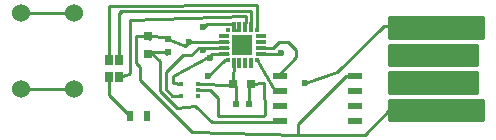
<source format=gtl>
G04 #@! TF.FileFunction,Copper,L1,Top,Signal*
%FSLAX46Y46*%
G04 Gerber Fmt 4.6, Leading zero omitted, Abs format (unit mm)*
G04 Created by KiCad (PCBNEW 4.0.1-3.201512221402+6198~38~ubuntu15.04.1-stable) date Sat 02 Jan 2016 06:06:27 PM EST*
%MOMM*%
G01*
G04 APERTURE LIST*
%ADD10C,0.100000*%
%ADD11C,1.524000*%
%ADD12R,1.143000X0.508000*%
%ADD13R,0.500000X0.600000*%
%ADD14R,0.750000X0.800000*%
%ADD15R,0.600000X0.500000*%
%ADD16R,0.800000X0.750000*%
%ADD17R,0.300000X0.300000*%
%ADD18R,0.900000X0.300000*%
%ADD19R,0.300000X0.900000*%
%ADD20R,1.800000X1.800000*%
%ADD21R,0.500000X0.900000*%
%ADD22R,0.449580X0.299720*%
%ADD23R,0.650000X0.850000*%
%ADD24C,0.600000*%
%ADD25C,0.250000*%
%ADD26C,0.254000*%
G04 APERTURE END LIST*
D10*
D11*
X40000000Y-38000000D03*
X35500000Y-38000000D03*
X40000000Y-31500000D03*
X35500000Y-31500000D03*
D12*
X57455000Y-40675000D03*
X57455000Y-39405000D03*
X57455000Y-38135000D03*
X57455000Y-36865000D03*
X63805000Y-36865000D03*
X63805000Y-38135000D03*
X63805000Y-39405000D03*
X63805000Y-40675000D03*
D13*
X48000000Y-34800000D03*
X48000000Y-33700000D03*
D14*
X46250000Y-35000000D03*
X46250000Y-33500000D03*
D15*
X53700000Y-39230000D03*
X54800000Y-39230000D03*
D16*
X55000000Y-37520000D03*
X53500000Y-37520000D03*
D17*
X53010000Y-35480000D03*
X53010000Y-32980000D03*
D18*
X52710000Y-33480000D03*
X52710000Y-33980000D03*
X52710000Y-34480000D03*
X52710000Y-34980000D03*
D19*
X53510000Y-35780000D03*
X54010000Y-35780000D03*
X54510000Y-35780000D03*
X55010000Y-35780000D03*
D17*
X55510000Y-35480000D03*
D18*
X55810000Y-34980000D03*
X55810000Y-34480000D03*
X55810000Y-33980000D03*
X55810000Y-33480000D03*
D17*
X55510000Y-32980000D03*
D19*
X55010000Y-32680000D03*
X54510000Y-32680000D03*
X54010000Y-32680000D03*
X53510000Y-32680000D03*
D20*
X54260000Y-34230000D03*
D21*
X46220000Y-40220000D03*
X44720000Y-40220000D03*
D22*
X50461040Y-38530380D03*
X50461040Y-37529620D03*
X49058960Y-38530380D03*
X50461040Y-38030000D03*
X49058960Y-37529620D03*
D23*
X43000000Y-35500000D03*
X43850000Y-35500000D03*
X43850000Y-36950000D03*
X43000000Y-36950000D03*
D24*
X59600000Y-37460000D03*
X46200000Y-40240000D03*
X53500000Y-37520000D03*
X55000000Y-37520000D03*
X63805000Y-36905000D03*
X49750000Y-33950000D03*
X57560000Y-34940000D03*
X48000000Y-34800000D03*
X51350000Y-36910000D03*
X51500000Y-35350000D03*
X67500000Y-37400000D03*
X50900000Y-34650000D03*
X67500000Y-35050000D03*
X40000000Y-31500000D03*
X50890000Y-32740000D03*
D25*
X66250000Y-32600000D02*
X68250000Y-32600000D01*
X62300000Y-36550000D02*
X66250000Y-32600000D01*
X59600000Y-37460000D02*
X62300000Y-36550000D01*
X46200000Y-40240000D02*
X46130000Y-40170000D01*
X46130000Y-40170000D02*
X46130000Y-40070000D01*
X50461040Y-37529620D02*
X53365380Y-37654620D01*
X53365380Y-37654620D02*
X53500000Y-37520000D01*
X53500000Y-37520000D02*
X53530000Y-35500000D01*
X53530000Y-35500000D02*
X53510000Y-35480000D01*
X53700000Y-39230000D02*
X53700000Y-37720000D01*
X53700000Y-37720000D02*
X53500000Y-37520000D01*
X57455000Y-38135000D02*
X56995000Y-38135000D01*
X56995000Y-38135000D02*
X55510000Y-35480000D01*
X55550000Y-35520000D02*
X55510000Y-35480000D01*
X57455000Y-36865000D02*
X57455000Y-36665000D01*
X57455000Y-36665000D02*
X58770000Y-35280000D01*
X58770000Y-35280000D02*
X58770000Y-34660000D01*
X58770000Y-34660000D02*
X58140000Y-34030000D01*
X58140000Y-34030000D02*
X57340000Y-34030000D01*
X57340000Y-34030000D02*
X56890000Y-34480000D01*
X56890000Y-34480000D02*
X55510000Y-34480000D01*
X45580000Y-37230000D02*
X45580000Y-36080000D01*
X45580000Y-37230000D02*
X49980000Y-41630000D01*
X58960000Y-41850000D02*
X58960000Y-41880000D01*
X49980000Y-41630000D02*
X58960000Y-41880000D01*
X45250000Y-33500000D02*
X46250000Y-33500000D01*
X45250000Y-35750000D02*
X45250000Y-33500000D01*
X45580000Y-36080000D02*
X45250000Y-35750000D01*
X58960000Y-41850000D02*
X64610000Y-41850000D01*
X66710000Y-39750000D02*
X68100000Y-39750000D01*
X64610000Y-41850000D02*
X66710000Y-39750000D01*
X58960000Y-41850000D02*
X58960000Y-40950000D01*
X63045000Y-36865000D02*
X63805000Y-36865000D01*
X58960000Y-40950000D02*
X63045000Y-36865000D01*
X48000000Y-33700000D02*
X49400000Y-34300000D01*
X49400000Y-34300000D02*
X49750000Y-33950000D01*
X46250000Y-33500000D02*
X47835000Y-33535000D01*
X47835000Y-33535000D02*
X48000000Y-33700000D01*
X35500000Y-38000000D02*
X40000000Y-38000000D01*
X50461040Y-38030000D02*
X51520000Y-38030000D01*
X51520000Y-38030000D02*
X52200000Y-38710000D01*
X49750000Y-33950000D02*
X49970000Y-33950000D01*
X49980000Y-33960000D02*
X49750000Y-33950000D01*
X49970000Y-33950000D02*
X49980000Y-33960000D01*
X49750000Y-33950000D02*
X49750000Y-33960000D01*
X49750000Y-33960000D02*
X49750000Y-33950000D01*
X49750000Y-33950000D02*
X49750000Y-33960000D01*
X55510000Y-34980000D02*
X57520000Y-34980000D01*
X57520000Y-34980000D02*
X57560000Y-34940000D01*
X54990000Y-37510000D02*
X55000000Y-37520000D01*
X49750000Y-33960000D02*
X53010000Y-33980000D01*
X56050000Y-37430000D02*
X55000000Y-37520000D01*
X56080000Y-37460000D02*
X56050000Y-37430000D01*
X56140000Y-40140000D02*
X56080000Y-37460000D01*
X56040000Y-40250000D02*
X56140000Y-40140000D01*
X52200000Y-40250000D02*
X56040000Y-40250000D01*
X52200000Y-38710000D02*
X52200000Y-40250000D01*
X52185000Y-38695000D02*
X52200000Y-38710000D01*
X54800000Y-39230000D02*
X54800000Y-37720000D01*
X54800000Y-37720000D02*
X55000000Y-37520000D01*
X46450000Y-33700000D02*
X46250000Y-33500000D01*
X48000000Y-34800000D02*
X46450000Y-34800000D01*
X46450000Y-34800000D02*
X47250000Y-35600000D01*
X51650000Y-40770000D02*
X57290000Y-40770000D01*
X50250000Y-39370000D02*
X51650000Y-40770000D01*
X48730000Y-39620000D02*
X50250000Y-39370000D01*
X47250000Y-38140000D02*
X48730000Y-39620000D01*
X47250000Y-35600000D02*
X47250000Y-38140000D01*
X47765000Y-35035000D02*
X48000000Y-34800000D01*
X57290000Y-40770000D02*
X57455000Y-40675000D01*
X47800000Y-35000000D02*
X48000000Y-34800000D01*
X52780000Y-35480000D02*
X53010000Y-35480000D01*
X51350000Y-36910000D02*
X52780000Y-35480000D01*
X51500000Y-35209331D02*
X51500000Y-35350000D01*
X51500000Y-35209331D02*
X51680000Y-34980000D01*
X49058960Y-37529620D02*
X48385380Y-37424620D01*
X51680000Y-34980000D02*
X53010000Y-34980000D01*
X48390000Y-36830000D02*
X51500000Y-35209331D01*
X48390000Y-37420000D02*
X48390000Y-36830000D01*
X48385380Y-37424620D02*
X48390000Y-37420000D01*
X50800000Y-34550000D02*
X50800000Y-34480000D01*
X50800000Y-34550000D02*
X50900000Y-34650000D01*
X53010000Y-34480000D02*
X50800000Y-34480000D01*
X50800000Y-34480000D02*
X50570000Y-34480000D01*
X48330380Y-38530380D02*
X49058960Y-38530380D01*
X47800000Y-38000000D02*
X48330380Y-38530380D01*
X47800000Y-36550000D02*
X47800000Y-38000000D01*
X49250000Y-35100000D02*
X47800000Y-36550000D01*
X49950000Y-35100000D02*
X49250000Y-35100000D01*
X50570000Y-34480000D02*
X49950000Y-35100000D01*
X43000000Y-35500000D02*
X43000000Y-30907471D01*
X43000000Y-30907471D02*
X43000000Y-31000000D01*
X43000000Y-31000000D02*
X43000000Y-30907471D01*
X55510000Y-30880000D02*
X55510000Y-32980000D01*
X55450000Y-30820000D02*
X55510000Y-30880000D01*
X43000000Y-30907471D02*
X55450000Y-30820000D01*
X43850000Y-35500000D02*
X43850000Y-31546268D01*
X43850000Y-31546268D02*
X44000000Y-31396268D01*
X44000000Y-31500000D02*
X44000000Y-31396268D01*
X55010000Y-31330000D02*
X55010000Y-32980000D01*
X44000000Y-31396268D02*
X55010000Y-31330000D01*
X43850000Y-36950000D02*
X44700000Y-36700000D01*
X44750000Y-36650000D02*
X44750000Y-32160960D01*
X44700000Y-36700000D02*
X44750000Y-36650000D01*
X44750000Y-32160960D02*
X44750000Y-32250000D01*
X44750000Y-32250000D02*
X44750000Y-32160960D01*
X54530000Y-31820002D02*
X54510000Y-32980000D01*
X54550000Y-31800002D02*
X54530000Y-31820002D01*
X44750000Y-32160960D02*
X54550000Y-31800002D01*
X40000000Y-31500000D02*
X35500000Y-31500000D01*
X51280000Y-32430000D02*
X50970000Y-32740000D01*
X50970000Y-32740000D02*
X50890000Y-32740000D01*
X53510000Y-32640000D02*
X53300000Y-32430000D01*
X53300000Y-32430000D02*
X51280000Y-32430000D01*
X53510000Y-32980000D02*
X53510000Y-32640000D01*
X54010000Y-32980000D02*
X53510000Y-32980000D01*
X44720000Y-40220000D02*
X43000000Y-38500000D01*
X43000000Y-38500000D02*
X43000000Y-36950000D01*
X43050000Y-36930000D02*
X43010000Y-36890000D01*
D26*
G36*
X74623000Y-33623000D02*
X66677000Y-33623000D01*
X66677000Y-31877000D01*
X74623000Y-31877000D01*
X74623000Y-33623000D01*
X74623000Y-33623000D01*
G37*
X74623000Y-33623000D02*
X66677000Y-33623000D01*
X66677000Y-31877000D01*
X74623000Y-31877000D01*
X74623000Y-33623000D01*
G36*
X74123000Y-35973000D02*
X66677000Y-35973000D01*
X66677000Y-34227000D01*
X74123000Y-34227000D01*
X74123000Y-35973000D01*
X74123000Y-35973000D01*
G37*
X74123000Y-35973000D02*
X66677000Y-35973000D01*
X66677000Y-34227000D01*
X74123000Y-34227000D01*
X74123000Y-35973000D01*
G36*
X74123000Y-38273000D02*
X66677000Y-38273000D01*
X66677000Y-36527000D01*
X74123000Y-36527000D01*
X74123000Y-38273000D01*
X74123000Y-38273000D01*
G37*
X74123000Y-38273000D02*
X66677000Y-38273000D01*
X66677000Y-36527000D01*
X74123000Y-36527000D01*
X74123000Y-38273000D01*
G36*
X74623000Y-40623000D02*
X66677000Y-40623000D01*
X66677000Y-38877000D01*
X74623000Y-38877000D01*
X74623000Y-40623000D01*
X74623000Y-40623000D01*
G37*
X74623000Y-40623000D02*
X66677000Y-40623000D01*
X66677000Y-38877000D01*
X74623000Y-38877000D01*
X74623000Y-40623000D01*
M02*

</source>
